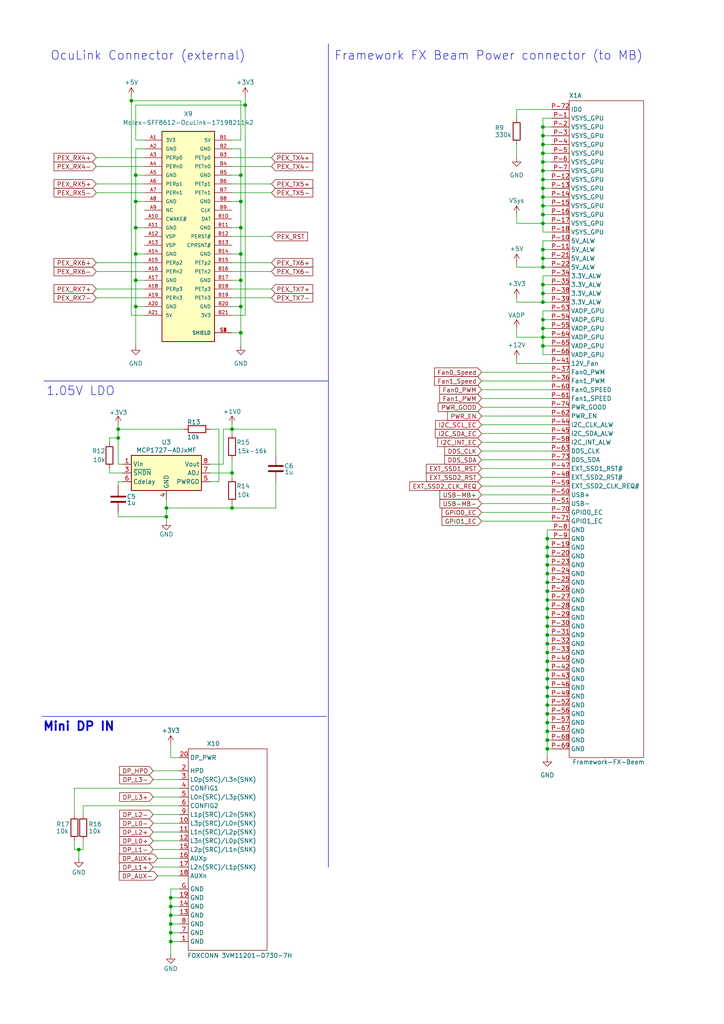
<source format=kicad_sch>
(kicad_sch (version 20250114) (generator "eeschema") (generator_version "9.0")
  (paper "A4" portrait)
  (lib_symbols
    (symbol "Device:C" (pin_numbers (hide yes)) (pin_names (offset 0.254))
      (property "Reference" "C" (at 0.635 2.54 0))
      (property "Value" "C" (at 0.635 -2.54 0))
      (symbol "C_1_1"
        (pin passive line (at 0 3.81 270) (length 2.794) (name "~") (number "1"))
        (pin passive line (at 0 -3.81 90) (length 2.794) (name "~") (number "2"))
      )
    )
    (symbol "Device:R" (pin_numbers (hide yes)) (pin_names (offset 0))
      (property "Reference" "R" (at 2.032 0 90))
      (property "Value" "R" (at 0 0 90))
      (symbol "R_1_1"
        (pin passive line (at 0 3.81 270) (length 1.27) (name "~") (number "1"))
        (pin passive line (at 0 -3.81 90) (length 1.27) (name "~") (number "2"))
      )
    )
    (symbol "Framework-ExpansionBay-IOModule:Mini_Displayport"
      (property "Reference" "X" (at -10.668 30.734 0))
      (symbol "Mini_Displayport_1_1"
        (pin power_in line (at -13.97 26.67 0) (length 2.54) (name "DP_PWR") (number "20"))
        (pin bidirectional line (at -13.97 22.86 0) (length 2.54) (name "HPD") (number "2"))
        (pin bidirectional line (at -13.97 20.32 0) (length 2.54) (name "L0p(SRC)/L3n(SNK)") (number "3"))
        (pin bidirectional line (at -13.97 17.78 0) (length 2.54) (name "CONFIG1") (number "4"))
        (pin bidirectional line (at -13.97 15.24 0) (length 2.54) (name "L0n(SRC)/L3p(SNK)") (number "5"))
        (pin bidirectional line (at -13.97 12.7 0) (length 2.54) (name "CONFIG2") (number "6"))
        (pin bidirectional line (at -13.97 10.16 0) (length 2.54) (name "L1p(SRC)/L2n(SNK)") (number "9"))
        (pin bidirectional line (at -13.97 7.62 0) (length 2.54) (name "L3p(SRC)/L0n(SNK)") (number "10"))
        (pin bidirectional line (at -13.97 5.08 0) (length 2.54) (name "L1n(SRC)/L2p(SNK)") (number "11"))
        (pin bidirectional line (at -13.97 2.54 0) (length 2.54) (name "L3n(SRC)/L0p(SNK)") (number "12"))
        (pin bidirectional line (at -13.97 0 0) (length 2.54) (name "L2p(SRC)/L1n(SNK)") (number "15"))
        (pin bidirectional line (at -13.97 -2.54 0) (length 2.54) (name "AUXp") (number "16"))
        (pin bidirectional line (at -13.97 -5.08 0) (length 2.54) (name "L2n(SRC)/L1p(SNK)") (number "17"))
        (pin bidirectional line (at -13.97 -7.62 0) (length 2.54) (name "AUXn") (number "18"))
        (pin power_out line (at -13.97 -11.43 0) (length 2.54) (name "GND") (number "G"))
        (pin power_out line (at -13.97 -13.97 0) (length 2.54) (name "GND") (number "19"))
        (pin power_out line (at -13.97 -16.51 0) (length 2.54) (name "GND") (number "14"))
        (pin power_out line (at -13.97 -19.05 0) (length 2.54) (name "GND") (number "13"))
        (pin power_out line (at -13.97 -21.59 0) (length 2.54) (name "GND") (number "8"))
        (pin power_out line (at -13.97 -24.13 0) (length 2.54) (name "GND") (number "7"))
        (pin power_out line (at -13.97 -26.67 0) (length 2.54) (name "GND") (number "1"))
      )
    )
    (symbol "Framework-ExpansionBay-IOModule:Molex-SFF8612-OcuLink-1719821142" (pin_names (offset 1.016))
      (property "Reference" "X" (at -7.62 31.75 0))
      (property "Value" "Molex-SFF8612-OcuLink-1719821142" (at -7.62 -31.75 0))
      (symbol "Molex-SFF8612-OcuLink-1719821142_0_0"
        (pin passive line (at 12.7 -27.94 180) (length 5.08) (name "SHIELD") (number "S1"))
        (pin passive line (at 12.7 -27.94 180) (length 5.08) (name "SHIELD") (number "S2"))
        (pin passive line (at 12.7 -27.94 180) (length 5.08) (name "SHIELD") (number "S3"))
        (pin passive line (at 12.7 -27.94 180) (length 5.08) (name "SHIELD") (number "S4"))
      )
      (symbol "Molex-SFF8612-OcuLink-1719821142_1_0"
        (pin passive line (at -12.7 27.94 0) (length 5.08) (name "3V3") (number "A1"))
        (pin passive line (at -12.7 25.4 0) (length 5.08) (name "GND") (number "A2"))
        (pin passive line (at -12.7 22.86 0) (length 5.08) (name "PERp0") (number "A3"))
        (pin passive line (at -12.7 20.32 0) (length 5.08) (name "PERn0") (number "A4"))
        (pin passive line (at -12.7 17.78 0) (length 5.08) (name "GND") (number "A5"))
        (pin passive line (at -12.7 15.24 0) (length 5.08) (name "PERp1") (number "A6"))
        (pin passive line (at -12.7 12.7 0) (length 5.08) (name "PERn1") (number "A7"))
        (pin passive line (at -12.7 10.16 0) (length 5.08) (name "GND") (number "A8"))
        (pin passive line (at -12.7 7.62 0) (length 5.08) (name "NC") (number "A9"))
        (pin passive line (at -12.7 5.08 0) (length 5.08) (name "CWAKE#") (number "A10"))
        (pin passive line (at -12.7 2.54 0) (length 5.08) (name "GND") (number "A11"))
        (pin passive line (at -12.7 0 0) (length 5.08) (name "VSP") (number "A12"))
        (pin passive line (at -12.7 -2.54 0) (length 5.08) (name "VSP") (number "A13"))
        (pin passive line (at -12.7 -5.08 0) (length 5.08) (name "GND") (number "A14"))
        (pin passive line (at -12.7 -7.62 0) (length 5.08) (name "PERp2") (number "A15"))
        (pin passive line (at -12.7 -10.16 0) (length 5.08) (name "PERn2") (number "A16"))
        (pin passive line (at -12.7 -12.7 0) (length 5.08) (name "GND") (number "A17"))
        (pin passive line (at -12.7 -15.24 0) (length 5.08) (name "PERp3") (number "A18"))
        (pin passive line (at -12.7 -17.78 0) (length 5.08) (name "PERn3") (number "A19"))
        (pin passive line (at -12.7 -20.32 0) (length 5.08) (name "GND") (number "A20"))
        (pin passive line (at -12.7 -22.86 0) (length 5.08) (name "5V") (number "A21"))
        (pin passive line (at 12.7 27.94 180) (length 5.08) (name "5V") (number "B1"))
        (pin passive line (at 12.7 25.4 180) (length 5.08) (name "GND") (number "B2"))
        (pin passive line (at 12.7 22.86 180) (length 5.08) (name "PETp0") (number "B3"))
        (pin passive line (at 12.7 20.32 180) (length 5.08) (name "PETn0") (number "B4"))
        (pin passive line (at 12.7 17.78 180) (length 5.08) (name "GND") (number "B5"))
        (pin passive line (at 12.7 15.24 180) (length 5.08) (name "PETp1") (number "B6"))
        (pin passive line (at 12.7 12.7 180) (length 5.08) (name "PETn1") (number "B7"))
        (pin passive line (at 12.7 10.16 180) (length 5.08) (name "GND") (number "B8"))
        (pin passive line (at 12.7 7.62 180) (length 5.08) (name "CLK") (number "B9"))
        (pin passive line (at 12.7 5.08 180) (length 5.08) (name "DAT") (number "B10"))
        (pin passive line (at 12.7 2.54 180) (length 5.08) (name "GND") (number "B11"))
        (pin passive line (at 12.7 0 180) (length 5.08) (name "PERST#") (number "B12"))
        (pin passive line (at 12.7 -2.54 180) (length 5.08) (name "CPRSNT#") (number "B13"))
        (pin passive line (at 12.7 -5.08 180) (length 5.08) (name "GND") (number "B14"))
        (pin passive line (at 12.7 -7.62 180) (length 5.08) (name "PETp2") (number "B15"))
        (pin passive line (at 12.7 -10.16 180) (length 5.08) (name "PETn2") (number "B16"))
        (pin passive line (at 12.7 -12.7 180) (length 5.08) (name "GND") (number "B17"))
        (pin passive line (at 12.7 -15.24 180) (length 5.08) (name "PETp3") (number "B18"))
        (pin passive line (at 12.7 -17.78 180) (length 5.08) (name "PETn3") (number "B19"))
        (pin passive line (at 12.7 -20.32 180) (length 5.08) (name "GND") (number "B20"))
        (pin passive line (at 12.7 -22.86 180) (length 5.08) (name "3V3") (number "B21"))
      )
    )
    (symbol "Framework-ExpansionBay-IOModule:VADP" (power) (pin_numbers (hide yes)) (pin_names (offset 0) (hide yes))
      (property "Value" "VADP" (at 0 3.556 0))
      (symbol "VADP_1_1"
        (pin power_in line (at 0 0 90) (length 0) (name "~") (number "1"))
      )
    )
    (symbol "Framework-ExpansionBay-IOModule:VSys" (power) (pin_numbers (hide yes)) (pin_names (offset 0) (hide yes))
      (property "Value" "VSys" (at 0 3.556 0))
      (symbol "VSys_1_1"
        (pin power_in line (at 0 0 90) (length 0) (name "~") (number "1"))
      )
    )
    (symbol "Framework-ExpansionBay:Framework-FX-Beam"
      (property "Reference" "X" (at -10.16 96.52 0))
      (property "Value" "Framework-FX-Beam" (at 0 -96.52 0))
      (symbol "Framework-FX-Beam_1_1"
        (pin bidirectional line (at -16.51 92.71 0) (length 5.08) (name "ID0") (number "P-72"))
        (pin power_out line (at -16.51 90.17 0) (length 5.08) (name "VSYS_GPU") (number "P-1"))
        (pin power_out line (at -16.51 87.63 0) (length 5.08) (name "VSYS_GPU") (number "P-2"))
        (pin power_out line (at -16.51 85.09 0) (length 5.08) (name "VSYS_GPU") (number "P-3"))
        (pin power_out line (at -16.51 82.55 0) (length 5.08) (name "VSYS_GPU") (number "P-4"))
        (pin power_out line (at -16.51 80.01 0) (length 5.08) (name "VSYS_GPU") (number "P-5"))
        (pin power_out line (at -16.51 77.47 0) (length 5.08) (name "VSYS_GPU") (number "P-6"))
        (pin power_out line (at -16.51 74.93 0) (length 5.08) (name "VSYS_GPU") (number "P-7"))
        (pin power_out line (at -16.51 72.39 0) (length 5.08) (name "VSYS_GPU") (number "P-12"))
        (pin power_out line (at -16.51 69.85 0) (length 5.08) (name "VSYS_GPU") (number "P-13"))
        (pin power_out line (at -16.51 67.31 0) (length 5.08) (name "VSYS_GPU") (number "P-14"))
        (pin power_out line (at -16.51 64.77 0) (length 5.08) (name "VSYS_GPU") (number "P-15"))
        (pin power_out line (at -16.51 62.23 0) (length 5.08) (name "VSYS_GPU") (number "P-16"))
        (pin power_out line (at -16.51 59.69 0) (length 5.08) (name "VSYS_GPU") (number "P-17"))
        (pin power_out line (at -16.51 57.15 0) (length 5.08) (name "VSYS_GPU") (number "P-18"))
        (pin power_out line (at -16.51 54.61 0) (length 5.08) (name "5V_ALW") (number "P-10"))
        (pin power_out line (at -16.51 52.07 0) (length 5.08) (name "5V_ALW") (number "P-11"))
        (pin power_out line (at -16.51 49.53 0) (length 5.08) (name "5V_ALW") (number "P-21"))
        (pin power_out line (at -16.51 46.99 0) (length 5.08) (name "5V_ALW") (number "P-22"))
        (pin power_out line (at -16.51 44.45 0) (length 5.08) (name "3.3V_ALW") (number "P-34"))
        (pin power_out line (at -16.51 41.91 0) (length 5.08) (name "3.3V_ALW") (number "P-35"))
        (pin power_out line (at -16.51 39.37 0) (length 5.08) (name "3.3V_ALW") (number "P-38"))
        (pin power_out line (at -16.51 36.83 0) (length 5.08) (name "3.3V_ALW") (number "P-39"))
        (pin power_in line (at -16.51 34.29 0) (length 5.08) (name "VADP_GPU") (number "P-53"))
        (pin power_in line (at -16.51 31.75 0) (length 5.08) (name "VADP_GPU") (number "P-54"))
        (pin power_in line (at -16.51 29.21 0) (length 5.08) (name "VADP_GPU") (number "P-55"))
        (pin power_in line (at -16.51 26.67 0) (length 5.08) (name "VADP_GPU") (number "P-64"))
        (pin power_in line (at -16.51 24.13 0) (length 5.08) (name "VADP_GPU") (number "P-65"))
        (pin power_in line (at -16.51 21.59 0) (length 5.08) (name "VADP_GPU") (number "P-66"))
        (pin power_out line (at -16.51 19.05 0) (length 5.08) (name "12V_Fan") (number "P-41"))
        (pin output line (at -16.51 16.51 0) (length 5.08) (name "Fan0_PWM") (number "P-37"))
        (pin output line (at -16.51 13.97 0) (length 5.08) (name "Fan1_PWM") (number "P-36"))
        (pin bidirectional line (at -16.51 11.43 0) (length 5.08) (name "Fan0_SPEED") (number "P-60"))
        (pin bidirectional line (at -16.51 8.89 0) (length 5.08) (name "Fan1_SPEED") (number "P-61"))
        (pin bidirectional line (at -16.51 6.35 0) (length 5.08) (name "PWR_GOOD") (number "P-74"))
        (pin bidirectional line (at -16.51 3.81 0) (length 5.08) (name "PWR_EN") (number "P-62"))
        (pin bidirectional line (at -16.51 1.27 0) (length 5.08) (name "I2C_CLK_ALW") (number "P-44"))
        (pin bidirectional line (at -16.51 -1.27 0) (length 5.08) (name "I2C_SDA_ALW") (number "P-45"))
        (pin bidirectional line (at -16.51 -3.81 0) (length 5.08) (name "I2C_INT_ALW") (number "P-58"))
        (pin bidirectional line (at -16.51 -6.35 0) (length 5.08) (name "DDS_CLK") (number "P-63"))
        (pin bidirectional line (at -16.51 -8.89 0) (length 5.08) (name "DDS_SDA") (number "P-73"))
        (pin output line (at -16.51 -11.43 0) (length 5.08) (name "EXT_SSD1_RST#") (number "P-47"))
        (pin output line (at -16.51 -13.97 0) (length 5.08) (name "EXT_SSD2_RST#") (number "P-48"))
        (pin bidirectional line (at -16.51 -16.51 0) (length 5.08) (name "EXT_SSD2_CLK_REQ#") (number "P-59"))
        (pin bidirectional line (at -16.51 -19.05 0) (length 5.08) (name "USB+") (number "P-50"))
        (pin bidirectional line (at -16.51 -21.59 0) (length 5.08) (name "USB-") (number "P-51"))
        (pin bidirectional line (at -16.51 -24.13 0) (length 5.08) (name "GPIO0_EC") (number "P-70"))
        (pin bidirectional line (at -16.51 -26.67 0) (length 5.08) (name "GPIO1_EC") (number "P-71"))
        (pin power_out line (at -16.51 -29.21 0) (length 5.08) (name "GND") (number "P-8"))
        (pin power_out line (at -16.51 -31.75 0) (length 5.08) (name "GND") (number "P-9"))
        (pin power_out line (at -16.51 -34.29 0) (length 5.08) (name "GND") (number "P-19"))
        (pin power_out line (at -16.51 -36.83 0) (length 5.08) (name "GND") (number "P-20"))
        (pin power_out line (at -16.51 -39.37 0) (length 5.08) (name "GND") (number "P-23"))
        (pin power_out line (at -16.51 -41.91 0) (length 5.08) (name "GND") (number "P-24"))
        (pin power_out line (at -16.51 -44.45 0) (length 5.08) (name "GND") (number "P-25"))
        (pin power_out line (at -16.51 -46.99 0) (length 5.08) (name "GND") (number "P-26"))
        (pin power_out line (at -16.51 -49.53 0) (length 5.08) (name "GND") (number "P-27"))
        (pin power_out line (at -16.51 -52.07 0) (length 5.08) (name "GND") (number "P-28"))
        (pin power_out line (at -16.51 -54.61 0) (length 5.08) (name "GND") (number "P-29"))
        (pin power_out line (at -16.51 -57.15 0) (length 5.08) (name "GND") (number "P-30"))
        (pin power_out line (at -16.51 -59.69 0) (length 5.08) (name "GND") (number "P-31"))
        (pin power_out line (at -16.51 -62.23 0) (length 5.08) (name "GND") (number "P-32"))
        (pin power_out line (at -16.51 -64.77 0) (length 5.08) (name "GND") (number "P-33"))
        (pin power_out line (at -16.51 -67.31 0) (length 5.08) (name "GND") (number "P-40"))
        (pin power_out line (at -16.51 -69.85 0) (length 5.08) (name "GND") (number "P-42"))
        (pin power_out line (at -16.51 -72.39 0) (length 5.08) (name "GND") (number "P-43"))
        (pin power_out line (at -16.51 -74.93 0) (length 5.08) (name "GND") (number "P-46"))
        (pin power_out line (at -16.51 -77.47 0) (length 5.08) (name "GND") (number "P-49"))
        (pin power_out line (at -16.51 -80.01 0) (length 5.08) (name "GND") (number "P-52"))
        (pin power_out line (at -16.51 -82.55 0) (length 5.08) (name "GND") (number "P-56"))
        (pin power_out line (at -16.51 -85.09 0) (length 5.08) (name "GND") (number "P-57"))
        (pin power_out line (at -16.51 -87.63 0) (length 5.08) (name "GND") (number "P-67"))
        (pin power_out line (at -16.51 -90.17 0) (length 5.08) (name "GND") (number "P-68"))
        (pin power_out line (at -16.51 -92.71 0) (length 5.08) (name "GND") (number "P-69"))
      )
      (symbol "Framework-FX-Beam_2_1"
        (pin bidirectional line (at -16.51 92.71 0) (length 5.08) (name "ID1") (number "D-63"))
        (pin bidirectional line (at -16.51 90.17 0) (length 5.08) (name "PEX_REFCLK") (number "D-55"))
        (pin bidirectional line (at -16.51 87.63 0) (length 5.08) (name "PEX_REFCLK#") (number "D-56"))
        (pin bidirectional line (at -16.51 85.09 0) (length 5.08) (name "PEX_RST#") (number "D-34"))
        (pin bidirectional line (at -16.51 82.55 0) (length 5.08) (name "PEX_CLK_REQ#") (number "D-38"))
        (pin bidirectional line (at -16.51 80.01 0) (length 5.08) (name "PEX_RX0N") (number "D-4"))
        (pin bidirectional line (at -16.51 77.47 0) (length 5.08) (name "PEX_RX0P") (number "D-5"))
        (pin bidirectional line (at -16.51 74.93 0) (length 5.08) (name "PEX_TX0N") (number "D-7"))
        (pin bidirectional line (at -16.51 72.39 0) (length 5.08) (name "PEX_TX0P") (number "D-8"))
        (pin bidirectional line (at -16.51 69.85 0) (length 5.08) (name "PEX_RX1N") (number "D-1"))
        (pin bidirectional line (at -16.51 67.31 0) (length 5.08) (name "PEX_RX1P") (number "D-2"))
        (pin bidirectional line (at -16.51 64.77 0) (length 5.08) (name "PEX_TX1N") (number "D-10"))
        (pin bidirectional line (at -16.51 62.23 0) (length 5.08) (name "PEX_TX1P") (number "D-11"))
        (pin bidirectional line (at -16.51 59.69 0) (length 5.08) (name "PEX_RX2N") (number "D-26"))
        (pin bidirectional line (at -16.51 57.15 0) (length 5.08) (name "PEX_RX2P") (number "D-27"))
        (pin bidirectional line (at -16.51 54.61 0) (length 5.08) (name "PEX_TX2N") (number "D-30"))
        (pin bidirectional line (at -16.51 52.07 0) (length 5.08) (name "PEX_TX2P") (number "D-29"))
        (pin bidirectional line (at -16.51 49.53 0) (length 5.08) (name "PEX_RX3N") (number "D-23"))
        (pin bidirectional line (at -16.51 46.99 0) (length 5.08) (name "PEX_RX3P") (number "D-24"))
        (pin bidirectional line (at -16.51 44.45 0) (length 5.08) (name "PEX_TX3N") (number "D-32"))
        (pin bidirectional line (at -16.51 41.91 0) (length 5.08) (name "PEX_TX3P") (number "D-33"))
        (pin bidirectional line (at -16.51 39.37 0) (length 5.08) (name "PEX_RX4N") (number "D-43"))
        (pin bidirectional line (at -16.51 36.83 0) (length 5.08) (name "PEX_RX4P") (number "D-42"))
        (pin bidirectional line (at -16.51 34.29 0) (length 5.08) (name "PEX_TX4N") (number "D-52"))
        (pin bidirectional line (at -16.51 31.75 0) (length 5.08) (name "PEX_TX4P") (number "D-51"))
        (pin bidirectional line (at -16.51 29.21 0) (length 5.08) (name "PEX_RX5N") (number "D-46"))
        (pin bidirectional line (at -16.51 26.67 0) (length 5.08) (name "PEX_RX5P") (number "D-45"))
        (pin bidirectional line (at -16.51 24.13 0) (length 5.08) (name "PEX_TX5N") (number "D-48"))
        (pin bidirectional line (at -16.51 21.59 0) (length 5.08) (name "PEX_TX5P") (number "D-49"))
        (pin bidirectional line (at -16.51 19.05 0) (length 5.08) (name "PEX_RX6N") (number "D-65"))
        (pin bidirectional line (at -16.51 16.51 0) (length 5.08) (name "PEX_RX6P") (number "D-64"))
        (pin bidirectional line (at -16.51 13.97 0) (length 5.08) (name "PEX_TX6N") (number "D-74"))
        (pin bidirectional line (at -16.51 11.43 0) (length 5.08) (name "PEX_TX6P") (number "D-73"))
        (pin bidirectional line (at -16.51 8.89 0) (length 5.08) (name "PEX_RX7N") (number "D-67"))
        (pin bidirectional line (at -16.51 6.35 0) (length 5.08) (name "PEX_RX7P") (number "D-68"))
        (pin bidirectional line (at -16.51 3.81 0) (length 5.08) (name "PEX_TX7N") (number "D-70"))
        (pin bidirectional line (at -16.51 1.27 0) (length 5.08) (name "PEX_TX7P") (number "D-71"))
        (pin bidirectional line (at -16.51 -1.27 0) (length 5.08) (name "DP_A_HPD") (number "D-12"))
        (pin bidirectional line (at -16.51 -3.81 0) (length 5.08) (name "DP_A_L0#") (number "D-17"))
        (pin bidirectional line (at -16.51 -6.35 0) (length 5.08) (name "DP_A_L0") (number "D-18"))
        (pin bidirectional line (at -16.51 -8.89 0) (length 5.08) (name "DP_A_L1#") (number "D-14"))
        (pin bidirectional line (at -16.51 -11.43 0) (length 5.08) (name "DP_A_L1") (number "D-15"))
        (pin bidirectional line (at -16.51 -13.97 0) (length 5.08) (name "DP_A_L2#") (number "D-61"))
        (pin bidirectional line (at -16.51 -16.51 0) (length 5.08) (name "DP_A_L2") (number "D-62"))
        (pin bidirectional line (at -16.51 -19.05 0) (length 5.08) (name "DP_A_L3#") (number "D-58"))
        (pin bidirectional line (at -16.51 -21.59 0) (length 5.08) (name "DP_A_L3") (number "D-59"))
        (pin bidirectional line (at -16.51 -24.13 0) (length 5.08) (name "DP_A_AUX#") (number "D-20"))
        (pin bidirectional line (at -16.51 -26.67 0) (length 5.08) (name "DP_A_AUX") (number "D-21"))
        (pin bidirectional line (at -16.51 -29.21 0) (length 5.08) (name "GPIO2_EC") (number "D-53"))
        (pin bidirectional line (at -16.51 -31.75 0) (length 5.08) (name "GPIO3_EC") (number "D-22"))
        (pin bidirectional line (at -16.51 -34.29 0) (length 5.08) (name "DGPU_PWM_SEL") (number "D-39"))
        (pin bidirectional line (at -16.51 -36.83 0) (length 5.08) (name "TH_ALERT#") (number "D-35"))
        (pin bidirectional line (at -16.51 -39.37 0) (length 5.08) (name "TH_OVERT#") (number "D-37"))
        (pin bidirectional line (at -16.51 -41.91 0) (length 5.08) (name "PNL_PWR_EN") (number "D-36"))
        (pin bidirectional line (at -16.51 -44.45 0) (length 5.08) (name "PNL_BL_EN") (number "D-41"))
        (pin bidirectional line (at -16.51 -46.99 0) (length 5.08) (name "PNL_BL_PWM") (number "D-40"))
        (pin power_out line (at -16.51 -49.53 0) (length 5.08) (name "GND") (number "D-3"))
        (pin power_out line (at -16.51 -52.07 0) (length 5.08) (name "GND") (number "D-6"))
        (pin power_out line (at -16.51 -54.61 0) (length 5.08) (name "GND") (number "D-9"))
        (pin power_out line (at -16.51 -57.15 0) (length 5.08) (name "GND") (number "D-13"))
        (pin power_out line (at -16.51 -59.69 0) (length 5.08) (name "GND") (number "D-16"))
        (pin power_out line (at -16.51 -62.23 0) (length 5.08) (name "GND") (number "D-19"))
        (pin power_out line (at -16.51 -64.77 0) (length 5.08) (name "GND") (number "D-25"))
        (pin power_out line (at -16.51 -67.31 0) (length 5.08) (name "GND") (number "D-28"))
        (pin power_out line (at -16.51 -69.85 0) (length 5.08) (name "GND") (number "D-31"))
        (pin power_out line (at -16.51 -72.39 0) (length 5.08) (name "GND") (number "D-44"))
        (pin power_out line (at -16.51 -74.93 0) (length 5.08) (name "GND") (number "D-47"))
        (pin power_out line (at -16.51 -77.47 0) (length 5.08) (name "GND") (number "D-50"))
        (pin power_out line (at -16.51 -80.01 0) (length 5.08) (name "GND") (number "D-54"))
        (pin power_out line (at -16.51 -82.55 0) (length 5.08) (name "GND") (number "D-57"))
        (pin power_out line (at -16.51 -85.09 0) (length 5.08) (name "GND") (number "D-60"))
        (pin power_out line (at -16.51 -87.63 0) (length 5.08) (name "GND") (number "D-66"))
        (pin power_out line (at -16.51 -90.17 0) (length 5.08) (name "GND") (number "D-69"))
        (pin power_out line (at -16.51 -92.71 0) (length 5.08) (name "GND") (number "D-72"))
      )
    )
    (symbol "Regulator_Linear:MCP1727-ADJxMF"
      (property "Reference" "U" (at -8.89 6.35 0))
      (property "Value" "MCP1727-ADJxMF" (at 3.81 6.35 0))
      (symbol "MCP1727-ADJxMF_0_0"
        (pin input line (at -12.7 -2.54 0) (length 2.54) (name "Cdelay") (number "6"))
        (pin power_in line (at 0 -7.62 90) (length 2.54) (name "GND") (number "4"))
        (pin passive line (at 0 -7.62 90) (length 2.54) (hide yes) (name "GND") (number "9"))
        (pin power_out line (at 12.7 2.54 180) (length 2.54) (name "Vout") (number "8"))
        (pin input line (at 12.7 0 180) (length 2.54) (name "ADJ") (number "7"))
        (pin open_collector line (at 12.7 -2.54 180) (length 2.54) (name "PWRGD") (number "5"))
      )
      (symbol "MCP1727-ADJxMF_1_1"
        (pin power_in line (at -12.7 2.54 0) (length 2.54) (name "Vin") (number "1"))
        (pin passive line (at -12.7 2.54 0) (length 2.54) (hide yes) (name "Vin") (number "2"))
        (pin input line (at -12.7 0 0) (length 2.54) (name "~{SHDN}") (number "3"))
      )
    )
    (symbol "power:+12V" (power) (pin_numbers (hide yes)) (pin_names (offset 0) (hide yes))
      (property "Value" "+12V" (at 0 3.556 0))
      (symbol "+12V_1_1"
        (pin power_in line (at 0 0 90) (length 0) (name "~") (number "1"))
      )
    )
    (symbol "power:+1V0" (power) (pin_numbers (hide yes)) (pin_names (offset 0) (hide yes))
      (property "Value" "+1V0" (at 0 3.556 0))
      (symbol "+1V0_1_1"
        (pin power_in line (at 0 0 90) (length 0) (name "~") (number "1"))
      )
    )
    (symbol "power:+3V3" (power) (pin_numbers (hide yes)) (pin_names (offset 0) (hide yes))
      (property "Value" "+3V3" (at 0 3.556 0))
      (symbol "+3V3_1_1"
        (pin power_in line (at 0 0 90) (length 0) (name "~") (number "1"))
      )
    )
    (symbol "power:+5V" (power) (pin_numbers (hide yes)) (pin_names (offset 0) (hide yes))
      (property "Value" "+5V" (at 0 3.556 0))
      (symbol "+5V_1_1"
        (pin power_in line (at 0 0 90) (length 0) (name "~") (number "1"))
      )
    )
    (symbol "power:GND" (power) (pin_numbers (hide yes)) (pin_names (offset 0) (hide yes))
      (property "Value" "GND" (at 0 -3.81 0))
      (symbol "GND_1_1"
        (pin power_in line (at 0 0 270) (length 0) (name "~") (number "1"))
      )
    )
  )
  (text "Mini DP IN" (at 22.86 210.82 0) (effects (font (size 2.54 2.54) (thickness 0.508) (bold yes))))
  (text "OcuLink Connector (external)" (at 42.926 16.256 0) (effects (font (size 2.54 2.54))))
  (text "Framework FX Beam Power connector (to MB)" (at 141.732 16.256 0) (effects (font (size 2.54 2.54))))
  (text "1.05V LDO" (at 23.368 113.538 0) (effects (font (size 2.54 2.54))))
  (junction (at 34.29 127))
  (junction (at 158.75 168.91))
  (junction (at 158.75 163.83))
  (junction (at 157.48 54.61))
  (junction (at 158.75 171.45))
  (junction (at 157.48 85.09))
  (junction (at 158.75 176.53))
  (junction (at 39.37 58.42))
  (junction (at 158.75 179.07))
  (junction (at 49.53 262.89))
  (junction (at 48.26 149.86))
  (junction (at 69.85 58.42))
  (junction (at 39.37 66.04))
  (junction (at 71.12 30.48))
  (junction (at 158.75 207.01))
  (junction (at 67.31 147.32))
  (junction (at 158.75 166.37))
  (junction (at 158.75 161.29))
  (junction (at 158.75 156.21))
  (junction (at 69.85 88.9))
  (junction (at 39.37 88.9))
  (junction (at 157.48 72.39))
  (junction (at 49.53 273.05))
  (junction (at 158.75 212.09))
  (junction (at 158.75 209.55))
  (junction (at 38.1 29.21))
  (junction (at 158.75 181.61))
  (junction (at 158.75 191.77))
  (junction (at 158.75 173.99))
  (junction (at 157.48 62.23))
  (junction (at 157.48 39.37))
  (junction (at 157.48 57.15))
  (junction (at 157.48 49.53))
  (junction (at 157.48 52.07))
  (junction (at 157.48 36.83))
  (junction (at 49.53 265.43))
  (junction (at 49.53 260.35))
  (junction (at 158.75 196.85))
  (junction (at 157.48 46.99))
  (junction (at 69.85 66.04))
  (junction (at 69.85 96.52))
  (junction (at 22.86 246.38))
  (junction (at 157.48 77.47))
  (junction (at 157.48 82.55))
  (junction (at 69.85 81.28))
  (junction (at 48.26 147.32))
  (junction (at 69.85 73.66))
  (junction (at 158.75 204.47))
  (junction (at 39.37 50.8))
  (junction (at 158.75 184.15))
  (junction (at 67.31 124.46))
  (junction (at 157.48 87.63))
  (junction (at 157.48 44.45))
  (junction (at 157.48 41.91))
  (junction (at 157.48 64.77))
  (junction (at 49.53 267.97))
  (junction (at 39.37 73.66))
  (junction (at 157.48 74.93))
  (junction (at 158.75 194.31))
  (junction (at 67.31 137.16))
  (junction (at 39.37 81.28))
  (junction (at 158.75 199.39))
  (junction (at 69.85 50.8))
  (junction (at 49.53 270.51))
  (junction (at 34.29 124.46))
  (junction (at 157.48 100.33))
  (junction (at 158.75 214.63))
  (junction (at 158.75 201.93))
  (junction (at 158.75 158.75))
  (junction (at 157.48 95.25))
  (junction (at 157.48 92.71))
  (junction (at 157.48 59.69))
  (junction (at 158.75 189.23))
  (junction (at 158.75 186.69))
  (junction (at 157.48 97.79))
  (junction (at 158.75 217.17))
  (wire (pts (xy 160.02 158.75) (xy 158.75 158.75)))
  (polyline (pts (xy 95.25 229.87) (xy 95.25 175.26)))
  (wire (pts (xy 157.48 69.85) (xy 160.02 69.85)))
  (wire (pts (xy 158.75 214.63) (xy 158.75 212.09)))
  (wire (pts (xy 44.45 231.14) (xy 52.07 231.14)))
  (wire (pts (xy 160.02 179.07) (xy 158.75 179.07)))
  (wire (pts (xy 80.01 147.32) (xy 67.31 147.32)))
  (wire (pts (xy 160.02 196.85) (xy 158.75 196.85)))
  (wire (pts (xy 67.31 40.64) (xy 69.85 40.64)))
  (wire (pts (xy 160.02 87.63) (xy 157.48 87.63)))
  (wire (pts (xy 160.02 214.63) (xy 158.75 214.63)))
  (wire (pts (xy 22.86 246.38) (xy 22.86 248.92)))
  (wire (pts (xy 157.48 82.55) (xy 157.48 80.01)))
  (wire (pts (xy 31.75 127) (xy 34.29 127)))
  (wire (pts (xy 139.7 120.65) (xy 160.02 120.65)))
  (wire (pts (xy 67.31 83.82) (xy 78.74 83.82)))
  (wire (pts (xy 157.48 95.25) (xy 160.02 95.25)))
  (wire (pts (xy 39.37 58.42) (xy 39.37 50.8)))
  (wire (pts (xy 157.48 57.15) (xy 157.48 54.61)))
  (wire (pts (xy 80.01 132.08) (xy 80.01 124.46)))
  (wire (pts (xy 160.02 171.45) (xy 158.75 171.45)))
  (wire (pts (xy 27.94 45.72) (xy 41.91 45.72)))
  (wire (pts (xy 71.12 27.94) (xy 71.12 30.48)))
  (wire (pts (xy 39.37 88.9) (xy 41.91 88.9)))
  (wire (pts (xy 160.02 168.91) (xy 158.75 168.91)))
  (wire (pts (xy 157.48 62.23) (xy 160.02 62.23)))
  (wire (pts (xy 49.53 262.89) (xy 52.07 262.89)))
  (wire (pts (xy 41.91 40.64) (xy 39.37 40.64)))
  (wire (pts (xy 67.31 76.2) (xy 78.74 76.2)))
  (wire (pts (xy 160.02 201.93) (xy 158.75 201.93)))
  (wire (pts (xy 157.48 49.53) (xy 157.48 46.99)))
  (wire (pts (xy 157.48 54.61) (xy 157.48 52.07)))
  (wire (pts (xy 158.75 207.01) (xy 158.75 204.47)))
  (wire (pts (xy 158.75 212.09) (xy 158.75 209.55)))
  (wire (pts (xy 160.02 207.01) (xy 158.75 207.01)))
  (wire (pts (xy 48.26 144.78) (xy 48.26 147.32)))
  (wire (pts (xy 139.7 143.51) (xy 160.02 143.51)))
  (wire (pts (xy 31.75 137.16) (xy 35.56 137.16)))
  (wire (pts (xy 160.02 184.15) (xy 158.75 184.15)))
  (wire (pts (xy 44.45 246.38) (xy 52.07 246.38)))
  (wire (pts (xy 67.31 50.8) (xy 69.85 50.8)))
  (wire (pts (xy 157.48 64.77) (xy 160.02 64.77)))
  (wire (pts (xy 39.37 81.28) (xy 41.91 81.28)))
  (wire (pts (xy 157.48 41.91) (xy 157.48 39.37)))
  (wire (pts (xy 157.48 44.45) (xy 157.48 41.91)))
  (wire (pts (xy 69.85 50.8) (xy 69.85 58.42)))
  (wire (pts (xy 149.86 76.2) (xy 149.86 77.47)))
  (wire (pts (xy 49.53 215.9) (xy 49.53 219.71)))
  (wire (pts (xy 157.48 41.91) (xy 160.02 41.91)))
  (wire (pts (xy 157.48 87.63) (xy 157.48 85.09)))
  (wire (pts (xy 67.31 96.52) (xy 69.85 96.52)))
  (wire (pts (xy 160.02 163.83) (xy 158.75 163.83)))
  (wire (pts (xy 160.02 186.69) (xy 158.75 186.69)))
  (wire (pts (xy 157.48 59.69) (xy 157.48 57.15)))
  (wire (pts (xy 64.77 134.62) (xy 64.77 124.46)))
  (wire (pts (xy 160.02 209.55) (xy 158.75 209.55)))
  (wire (pts (xy 157.48 80.01) (xy 160.02 80.01)))
  (wire (pts (xy 157.48 67.31) (xy 157.48 64.77)))
  (wire (pts (xy 160.02 217.17) (xy 158.75 217.17)))
  (wire (pts (xy 27.94 55.88) (xy 41.91 55.88)))
  (wire (pts (xy 44.45 236.22) (xy 52.07 236.22)))
  (wire (pts (xy 21.59 228.6) (xy 52.07 228.6)))
  (wire (pts (xy 49.53 219.71) (xy 52.07 219.71)))
  (polyline (pts (xy 95.25 12.7) (xy 95.25 116.84)))
  (wire (pts (xy 158.75 176.53) (xy 158.75 173.99)))
  (wire (pts (xy 44.45 241.3) (xy 52.07 241.3)))
  (wire (pts (xy 149.86 64.77) (xy 157.48 64.77)))
  (wire (pts (xy 157.48 39.37) (xy 160.02 39.37)))
  (wire (pts (xy 44.45 226.06) (xy 52.07 226.06)))
  (wire (pts (xy 39.37 100.33) (xy 39.37 88.9)))
  (wire (pts (xy 157.48 57.15) (xy 160.02 57.15)))
  (wire (pts (xy 160.02 102.87) (xy 157.48 102.87)))
  (wire (pts (xy 149.86 62.23) (xy 149.86 64.77)))
  (wire (pts (xy 39.37 66.04) (xy 41.91 66.04)))
  (wire (pts (xy 149.86 34.29) (xy 149.86 31.75)))
  (wire (pts (xy 80.01 124.46) (xy 67.31 124.46)))
  (wire (pts (xy 49.53 260.35) (xy 52.07 260.35)))
  (wire (pts (xy 157.48 49.53) (xy 160.02 49.53)))
  (wire (pts (xy 34.29 148.59) (xy 34.29 149.86)))
  (wire (pts (xy 39.37 88.9) (xy 39.37 81.28)))
  (wire (pts (xy 27.94 76.2) (xy 41.91 76.2)))
  (wire (pts (xy 157.48 52.07) (xy 157.48 49.53)))
  (wire (pts (xy 38.1 91.44) (xy 41.91 91.44)))
  (wire (pts (xy 157.48 36.83) (xy 157.48 34.29)))
  (wire (pts (xy 157.48 34.29) (xy 160.02 34.29)))
  (wire (pts (xy 31.75 128.27) (xy 31.75 127)))
  (wire (pts (xy 67.31 88.9) (xy 69.85 88.9)))
  (wire (pts (xy 67.31 137.16) (xy 67.31 138.43)))
  (wire (pts (xy 157.48 85.09) (xy 160.02 85.09)))
  (wire (pts (xy 158.75 161.29) (xy 158.75 158.75)))
  (wire (pts (xy 67.31 146.05) (xy 67.31 147.32)))
  (wire (pts (xy 63.5 124.46) (xy 63.5 139.7)))
  (wire (pts (xy 157.48 97.79) (xy 157.48 95.25)))
  (wire (pts (xy 49.53 267.97) (xy 49.53 270.51)))
  (wire (pts (xy 67.31 124.46) (xy 67.31 125.73)))
  (wire (pts (xy 67.31 45.72) (xy 78.74 45.72)))
  (wire (pts (xy 60.96 124.46) (xy 63.5 124.46)))
  (wire (pts (xy 44.45 251.46) (xy 52.07 251.46)))
  (wire (pts (xy 139.7 123.19) (xy 160.02 123.19)))
  (wire (pts (xy 34.29 134.62) (xy 35.56 134.62)))
  (wire (pts (xy 39.37 43.18) (xy 41.91 43.18)))
  (wire (pts (xy 67.31 53.34) (xy 78.74 53.34)))
  (wire (pts (xy 39.37 73.66) (xy 39.37 66.04)))
  (wire (pts (xy 67.31 73.66) (xy 69.85 73.66)))
  (wire (pts (xy 139.7 113.03) (xy 160.02 113.03)))
  (wire (pts (xy 45.72 254) (xy 52.07 254)))
  (wire (pts (xy 49.53 257.81) (xy 52.07 257.81)))
  (wire (pts (xy 139.7 133.35) (xy 160.02 133.35)))
  (wire (pts (xy 60.96 137.16) (xy 67.31 137.16)))
  (wire (pts (xy 24.13 233.68) (xy 52.07 233.68)))
  (wire (pts (xy 157.48 100.33) (xy 157.48 97.79)))
  (wire (pts (xy 158.75 184.15) (xy 158.75 181.61)))
  (wire (pts (xy 48.26 149.86) (xy 48.26 151.13)))
  (wire (pts (xy 157.48 72.39) (xy 157.48 69.85)))
  (wire (pts (xy 49.53 260.35) (xy 49.53 257.81)))
  (wire (pts (xy 160.02 181.61) (xy 158.75 181.61)))
  (wire (pts (xy 38.1 29.21) (xy 38.1 91.44)))
  (wire (pts (xy 67.31 48.26) (xy 78.74 48.26)))
  (wire (pts (xy 64.77 134.62) (xy 60.96 134.62)))
  (wire (pts (xy 69.85 88.9) (xy 69.85 96.52)))
  (wire (pts (xy 149.86 104.14) (xy 149.86 105.41)))
  (wire (pts (xy 67.31 147.32) (xy 48.26 147.32)))
  (wire (pts (xy 157.48 82.55) (xy 160.02 82.55)))
  (wire (pts (xy 157.48 59.69) (xy 160.02 59.69)))
  (wire (pts (xy 157.48 64.77) (xy 157.48 62.23)))
  (wire (pts (xy 158.75 163.83) (xy 158.75 161.29)))
  (wire (pts (xy 49.53 273.05) (xy 49.53 270.51)))
  (wire (pts (xy 149.86 31.75) (xy 160.02 31.75)))
  (wire (pts (xy 160.02 199.39) (xy 158.75 199.39)))
  (wire (pts (xy 158.75 191.77) (xy 158.75 189.23)))
  (wire (pts (xy 64.77 124.46) (xy 67.31 124.46)))
  (wire (pts (xy 34.29 124.46) (xy 53.34 124.46)))
  (wire (pts (xy 67.31 68.58) (xy 78.74 68.58)))
  (wire (pts (xy 157.48 74.93) (xy 160.02 74.93)))
  (wire (pts (xy 149.86 41.91) (xy 149.86 45.72)))
  (wire (pts (xy 157.48 100.33) (xy 160.02 100.33)))
  (wire (pts (xy 157.48 54.61) (xy 160.02 54.61)))
  (wire (pts (xy 71.12 91.44) (xy 67.31 91.44)))
  (wire (pts (xy 67.31 78.74) (xy 78.74 78.74)))
  (wire (pts (xy 67.31 66.04) (xy 69.85 66.04)))
  (wire (pts (xy 149.86 77.47) (xy 157.48 77.47)))
  (wire (pts (xy 158.75 173.99) (xy 158.75 171.45)))
  (wire (pts (xy 69.85 73.66) (xy 69.85 81.28)))
  (wire (pts (xy 157.48 85.09) (xy 157.48 82.55)))
  (wire (pts (xy 149.86 97.79) (xy 157.48 97.79)))
  (wire (pts (xy 158.75 194.31) (xy 158.75 191.77)))
  (wire (pts (xy 160.02 161.29) (xy 158.75 161.29)))
  (wire (pts (xy 157.48 95.25) (xy 157.48 92.71)))
  (wire (pts (xy 149.86 87.63) (xy 157.48 87.63)))
  (wire (pts (xy 157.48 102.87) (xy 157.48 100.33)))
  (wire (pts (xy 160.02 156.21) (xy 158.75 156.21)))
  (wire (pts (xy 69.85 66.04) (xy 69.85 73.66)))
  (wire (pts (xy 38.1 27.94) (xy 38.1 29.21)))
  (wire (pts (xy 139.7 107.95) (xy 160.02 107.95)))
  (wire (pts (xy 149.86 86.36) (xy 149.86 87.63)))
  (wire (pts (xy 39.37 81.28) (xy 39.37 73.66)))
  (wire (pts (xy 49.53 265.43) (xy 49.53 267.97)))
  (wire (pts (xy 39.37 73.66) (xy 41.91 73.66)))
  (wire (pts (xy 45.72 248.92) (xy 52.07 248.92)))
  (wire (pts (xy 139.7 130.81) (xy 160.02 130.81)))
  (wire (pts (xy 44.45 223.52) (xy 52.07 223.52)))
  (wire (pts (xy 157.48 90.17) (xy 160.02 90.17)))
  (wire (pts (xy 49.53 273.05) (xy 52.07 273.05)))
  (wire (pts (xy 69.85 58.42) (xy 69.85 66.04)))
  (wire (pts (xy 157.48 77.47) (xy 157.48 74.93)))
  (wire (pts (xy 67.31 58.42) (xy 69.85 58.42)))
  (wire (pts (xy 69.85 81.28) (xy 69.85 88.9)))
  (wire (pts (xy 158.75 186.69) (xy 158.75 184.15)))
  (wire (pts (xy 44.45 243.84) (xy 52.07 243.84)))
  (wire (pts (xy 149.86 105.41) (xy 160.02 105.41)))
  (wire (pts (xy 21.59 236.22) (xy 21.59 228.6)))
  (wire (pts (xy 49.53 265.43) (xy 52.07 265.43)))
  (wire (pts (xy 158.75 158.75) (xy 158.75 156.21)))
  (wire (pts (xy 139.7 110.49) (xy 160.02 110.49)))
  (wire (pts (xy 160.02 173.99) (xy 158.75 173.99)))
  (wire (pts (xy 34.29 149.86) (xy 48.26 149.86)))
  (wire (pts (xy 69.85 43.18) (xy 69.85 50.8)))
  (polyline (pts (xy 12.192 207.772) (xy 94.742 207.772)))
  (wire (pts (xy 24.13 246.38) (xy 22.86 246.38)))
  (wire (pts (xy 139.7 115.57) (xy 160.02 115.57)))
  (wire (pts (xy 158.75 189.23) (xy 158.75 186.69)))
  (polyline (pts (xy 95.25 251.46) (xy 95.25 229.87)))
  (wire (pts (xy 67.31 55.88) (xy 78.74 55.88)))
  (wire (pts (xy 27.94 86.36) (xy 41.91 86.36)))
  (wire (pts (xy 160.02 194.31) (xy 158.75 194.31)))
  (wire (pts (xy 160.02 166.37) (xy 158.75 166.37)))
  (wire (pts (xy 34.29 139.7) (xy 34.29 140.97)))
  (wire (pts (xy 149.86 95.25) (xy 149.86 97.79)))
  (wire (pts (xy 27.94 48.26) (xy 41.91 48.26)))
  (wire (pts (xy 63.5 139.7) (xy 60.96 139.7)))
  (wire (pts (xy 157.48 97.79) (xy 160.02 97.79)))
  (wire (pts (xy 157.48 72.39) (xy 160.02 72.39)))
  (wire (pts (xy 160.02 176.53) (xy 158.75 176.53)))
  (wire (pts (xy 24.13 236.22) (xy 24.13 233.68)))
  (wire (pts (xy 67.31 133.35) (xy 67.31 137.16)))
  (wire (pts (xy 158.75 171.45) (xy 158.75 168.91)))
  (wire (pts (xy 158.75 168.91) (xy 158.75 166.37)))
  (wire (pts (xy 67.31 86.36) (xy 78.74 86.36)))
  (wire (pts (xy 139.7 128.27) (xy 160.02 128.27)))
  (wire (pts (xy 158.75 153.67) (xy 160.02 153.67)))
  (wire (pts (xy 44.45 238.76) (xy 52.07 238.76)))
  (wire (pts (xy 158.75 156.21) (xy 158.75 153.67)))
  (wire (pts (xy 158.75 199.39) (xy 158.75 196.85)))
  (wire (pts (xy 49.53 267.97) (xy 52.07 267.97)))
  (wire (pts (xy 160.02 191.77) (xy 158.75 191.77)))
  (wire (pts (xy 21.59 246.38) (xy 22.86 246.38)))
  (wire (pts (xy 39.37 50.8) (xy 41.91 50.8)))
  (wire (pts (xy 157.48 62.23) (xy 157.48 59.69)))
  (wire (pts (xy 24.13 243.84) (xy 24.13 246.38)))
  (wire (pts (xy 21.59 243.84) (xy 21.59 246.38)))
  (wire (pts (xy 158.75 217.17) (xy 158.75 219.71)))
  (wire (pts (xy 158.75 204.47) (xy 158.75 201.93)))
  (wire (pts (xy 139.7 146.05) (xy 160.02 146.05)))
  (wire (pts (xy 157.48 36.83) (xy 160.02 36.83)))
  (wire (pts (xy 157.48 74.93) (xy 157.48 72.39)))
  (polyline (pts (xy 95.25 175.26) (xy 95.25 116.84)))
  (wire (pts (xy 67.31 43.18) (xy 69.85 43.18)))
  (wire (pts (xy 139.7 135.89) (xy 160.02 135.89)))
  (wire (pts (xy 157.48 52.07) (xy 160.02 52.07)))
  (wire (pts (xy 157.48 46.99) (xy 160.02 46.99)))
  (wire (pts (xy 157.48 92.71) (xy 160.02 92.71)))
  (wire (pts (xy 49.53 265.43) (xy 49.53 262.89)))
  (wire (pts (xy 39.37 50.8) (xy 39.37 43.18)))
  (wire (pts (xy 160.02 204.47) (xy 158.75 204.47)))
  (wire (pts (xy 160.02 189.23) (xy 158.75 189.23)))
  (wire (pts (xy 158.75 196.85) (xy 158.75 194.31)))
  (wire (pts (xy 158.75 181.61) (xy 158.75 179.07)))
  (wire (pts (xy 139.7 140.97) (xy 160.02 140.97)))
  (wire (pts (xy 157.48 39.37) (xy 157.48 36.83)))
  (wire (pts (xy 48.26 147.32) (xy 48.26 149.86)))
  (wire (pts (xy 160.02 67.31) (xy 157.48 67.31)))
  (wire (pts (xy 157.48 46.99) (xy 157.48 44.45)))
  (wire (pts (xy 139.7 118.11) (xy 160.02 118.11)))
  (wire (pts (xy 158.75 166.37) (xy 158.75 163.83)))
  (wire (pts (xy 34.29 124.46) (xy 34.29 127)))
  (wire (pts (xy 158.75 214.63) (xy 158.75 217.17)))
  (wire (pts (xy 67.31 81.28) (xy 69.85 81.28)))
  (wire (pts (xy 67.31 123.19) (xy 67.31 124.46)))
  (wire (pts (xy 139.7 125.73) (xy 160.02 125.73)))
  (wire (pts (xy 69.85 96.52) (xy 69.85 100.33)))
  (wire (pts (xy 34.29 127) (xy 34.29 134.62)))
  (wire (pts (xy 158.75 209.55) (xy 158.75 207.01)))
  (wire (pts (xy 49.53 270.51) (xy 52.07 270.51)))
  (wire (pts (xy 158.75 179.07) (xy 158.75 176.53)))
  (wire (pts (xy 69.85 40.64) (xy 69.85 29.21)))
  (wire (pts (xy 139.7 138.43) (xy 160.02 138.43)))
  (wire (pts (xy 157.48 44.45) (xy 160.02 44.45)))
  (wire (pts (xy 27.94 83.82) (xy 41.91 83.82)))
  (wire (pts (xy 49.53 262.89) (xy 49.53 260.35)))
  (wire (pts (xy 39.37 40.64) (xy 39.37 30.48)))
  (wire (pts (xy 27.94 53.34) (xy 41.91 53.34)))
  (wire (pts (xy 39.37 66.04) (xy 39.37 58.42)))
  (polyline (pts (xy 12.7 110.49) (xy 95.25 110.49)))
  (wire (pts (xy 160.02 212.09) (xy 158.75 212.09)))
  (wire (pts (xy 27.94 78.74) (xy 41.91 78.74)))
  (wire (pts (xy 139.7 151.13) (xy 160.02 151.13)))
  (wire (pts (xy 34.29 123.19) (xy 34.29 124.46)))
  (wire (pts (xy 80.01 139.7) (xy 80.01 147.32)))
  (wire (pts (xy 160.02 77.47) (xy 157.48 77.47)))
  (wire (pts (xy 158.75 201.93) (xy 158.75 199.39)))
  (wire (pts (xy 69.85 29.21) (xy 38.1 29.21)))
  (wire (pts (xy 39.37 58.42) (xy 41.91 58.42)))
  (wire (pts (xy 157.48 92.71) (xy 157.48 90.17)))
  (wire (pts (xy 39.37 30.48) (xy 71.12 30.48)))
  (wire (pts (xy 49.53 276.86) (xy 49.53 273.05)))
  (wire (pts (xy 35.56 139.7) (xy 34.29 139.7)))
  (wire (pts (xy 31.75 135.89) (xy 31.75 137.16)))
  (wire (pts (xy 139.7 148.59) (xy 160.02 148.59)))
  (wire (pts (xy 71.12 30.48) (xy 71.12 91.44)))
  (global_label "DP_L1+" (shape input) (at 44.45 251.46 180) (property "Intersheetrefs" "${INTERSHEET_REFS}" (effects (hide yes))))
  (global_label "DDS_SDA" (shape input) (at 139.7 133.35 180) (property "Intersheetrefs" "${INTERSHEET_REFS}" (effects (hide yes))))
  (global_label "GPIO0_EC" (shape input) (at 139.7 148.59 180) (property "Intersheetrefs" "${INTERSHEET_REFS}" (effects (hide yes))))
  (global_label "DP_L1-" (shape input) (at 44.45 246.38 180) (property "Intersheetrefs" "${INTERSHEET_REFS}" (effects (hide yes))))
  (global_label "PEX_TX4+" (shape input) (at 78.74 45.72 0) (property "Intersheetrefs" "${INTERSHEET_REFS}" (effects (hide yes))))
  (global_label "DDS_CLK" (shape input) (at 139.7 130.81 180) (property "Intersheetrefs" "${INTERSHEET_REFS}" (effects (hide yes))))
  (global_label "DP_L0+" (shape input) (at 44.45 243.84 180) (property "Intersheetrefs" "${INTERSHEET_REFS}" (effects (hide yes))))
  (global_label "PEX_RX7-" (shape input) (at 27.94 86.36 180) (property "Intersheetrefs" "${INTERSHEET_REFS}" (effects (hide yes))))
  (global_label "PEX_TX7+" (shape input) (at 78.74 83.82 0) (property "Intersheetrefs" "${INTERSHEET_REFS}" (effects (hide yes))))
  (global_label "PEX_RX4-" (shape input) (at 27.94 48.26 180) (property "Intersheetrefs" "${INTERSHEET_REFS}" (effects (hide yes))))
  (global_label "PEX_RX5-" (shape input) (at 27.94 55.88 180) (property "Intersheetrefs" "${INTERSHEET_REFS}" (effects (hide yes))))
  (global_label "PWR_GOOD" (shape input) (at 139.7 118.11 180) (property "Intersheetrefs" "${INTERSHEET_REFS}" (effects (hide yes))))
  (global_label "Fan1_PWM" (shape input) (at 139.7 115.57 180) (property "Intersheetrefs" "${INTERSHEET_REFS}" (effects (hide yes))))
  (global_label "USB-MB+" (shape input) (at 139.7 143.51 180) (property "Intersheetrefs" "${INTERSHEET_REFS}" (effects (hide yes))))
  (global_label "PEX_RST" (shape input) (at 78.74 68.58 0) (property "Intersheetrefs" "${INTERSHEET_REFS}" (effects (hide yes))))
  (global_label "I2C_INT_EC" (shape input) (at 139.7 128.27 180) (property "Intersheetrefs" "${INTERSHEET_REFS}" (effects (hide yes))))
  (global_label "PEX_TX7-" (shape input) (at 78.74 86.36 0) (property "Intersheetrefs" "${INTERSHEET_REFS}" (effects (hide yes))))
  (global_label "PEX_RX6-" (shape input) (at 27.94 78.74 180) (property "Intersheetrefs" "${INTERSHEET_REFS}" (effects (hide yes))))
  (global_label "PEX_RX4+" (shape input) (at 27.94 45.72 180) (property "Intersheetrefs" "${INTERSHEET_REFS}" (effects (hide yes))))
  (global_label "PEX_TX6-" (shape input) (at 78.74 78.74 0) (property "Intersheetrefs" "${INTERSHEET_REFS}" (effects (hide yes))))
  (global_label "PEX_RX5+" (shape input) (at 27.94 53.34 180) (property "Intersheetrefs" "${INTERSHEET_REFS}" (effects (hide yes))))
  (global_label "USB-MB-" (shape input) (at 139.7 146.05 180) (property "Intersheetrefs" "${INTERSHEET_REFS}" (effects (hide yes))))
  (global_label "PEX_TX5+" (shape input) (at 78.74 53.34 0) (property "Intersheetrefs" "${INTERSHEET_REFS}" (effects (hide yes))))
  (global_label "DP_HPD" (shape input) (at 44.45 223.52 180) (property "Intersheetrefs" "${INTERSHEET_REFS}" (effects (hide yes))))
  (global_label "EXT_SSD2_RST" (shape input) (at 139.7 138.43 180) (property "Intersheetrefs" "${INTERSHEET_REFS}" (effects (hide yes))))
  (global_label "DP_L0-" (shape input) (at 44.45 238.76 180) (property "Intersheetrefs" "${INTERSHEET_REFS}" (effects (hide yes))))
  (global_label "Fan1_Speed" (shape input) (at 139.7 110.49 180) (property "Intersheetrefs" "${INTERSHEET_REFS}" (effects (hide yes))))
  (global_label "I2C_SDA_EC" (shape input) (at 139.7 125.73 180) (property "Intersheetrefs" "${INTERSHEET_REFS}" (effects (hide yes))))
  (global_label "EXT_SSD2_CLK_REQ" (shape input) (at 139.7 140.97 180) (property "Intersheetrefs" "${INTERSHEET_REFS}" (effects (hide yes))))
  (global_label "PEX_RX6+" (shape input) (at 27.94 76.2 180) (property "Intersheetrefs" "${INTERSHEET_REFS}" (effects (hide yes))))
  (global_label "PEX_TX5-" (shape input) (at 78.74 55.88 0) (property "Intersheetrefs" "${INTERSHEET_REFS}" (effects (hide yes))))
  (global_label "DP_AUX-" (shape input) (at 45.72 254 180) (property "Intersheetrefs" "${INTERSHEET_REFS}" (effects (hide yes))))
  (global_label "DP_L2-" (shape input) (at 44.45 236.22 180) (property "Intersheetrefs" "${INTERSHEET_REFS}" (effects (hide yes))))
  (global_label "Fan0_PWM" (shape input) (at 139.7 113.03 180) (property "Intersheetrefs" "${INTERSHEET_REFS}" (effects (hide yes))))
  (global_label "DP_AUX+" (shape input) (at 45.72 248.92 180) (property "Intersheetrefs" "${INTERSHEET_REFS}" (effects (hide yes))))
  (global_label "EXT_SSD1_RST" (shape input) (at 139.7 135.89 180) (property "Intersheetrefs" "${INTERSHEET_REFS}" (effects (hide yes))))
  (global_label "PEX_TX4-" (shape input) (at 78.74 48.26 0) (property "Intersheetrefs" "${INTERSHEET_REFS}" (effects (hide yes))))
  (global_label "PWR_EN" (shape input) (at 139.7 120.65 180) (property "Intersheetrefs" "${INTERSHEET_REFS}" (effects (hide yes))))
  (global_label "PEX_RX7+" (shape input) (at 27.94 83.82 180) (property "Intersheetrefs" "${INTERSHEET_REFS}" (effects (hide yes))))
  (global_label "PEX_TX6+" (shape input) (at 78.74 76.2 0) (property "Intersheetrefs" "${INTERSHEET_REFS}" (effects (hide yes))))
  (global_label "GPIO1_EC" (shape input) (at 139.7 151.13 180) (property "Intersheetrefs" "${INTERSHEET_REFS}" (effects (hide yes))))
  (global_label "Fan0_Speed" (shape input) (at 139.7 107.95 180) (property "Intersheetrefs" "${INTERSHEET_REFS}" (effects (hide yes))))
  (global_label "DP_L2+" (shape input) (at 44.45 241.3 180) (property "Intersheetrefs" "${INTERSHEET_REFS}" (effects (hide yes))))
  (global_label "I2C_SCL_EC" (shape input) (at 139.7 123.19 180) (property "Intersheetrefs" "${INTERSHEET_REFS}" (effects (hide yes))))
  (global_label "DP_L3+" (shape input) (at 44.45 231.14 180) (property "Intersheetrefs" "${INTERSHEET_REFS}" (effects (hide yes))))
  (global_label "DP_L3-" (shape input) (at 44.45 226.06 180) (property "Intersheetrefs" "${INTERSHEET_REFS}" (effects (hide yes))))
  (symbol (lib_id "power:+5V") (at 149.86 76.2 0) (unit 1)
    (property "Reference" "#PWR07" (effects (hide yes)))
    (property "Value" "+5V" (at 149.86 72.136 0))
    (property "Description" "Power symbol creates a global label with name \"+5V\"" (effects (hide yes)))
  )
  (symbol (lib_id "power:+1V0") (at 67.31 123.19 0) (unit 1)
    (property "Reference" "#PWR051" (effects (hide yes)))
    (property "Value" "+1V0" (at 67.31 119.38 0))
    (property "Description" "Power symbol creates a global label with name \"+1V0\"" (effects (hide yes)))
  )
  (symbol (lib_id "Framework-ExpansionBay-IOModule:VADP") (at 149.86 95.25 0) (unit 1)
    (property "Reference" "#PWR08" (effects (hide yes)))
    (property "Value" "VADP" (at 149.86 91.44 0))
    (property "Description" "Power symbol creates a global label with name \"VADP\"" (effects (hide yes)))
  )
  (symbol (lib_id "power:GND") (at 69.85 100.33 0) (unit 1)
    (property "Reference" "#PWR036" (effects (hide yes)))
    (property "Value" "GND" (at 69.85 105.41 0))
    (property "Description" "Power symbol creates a global label with name \"GND\" , ground" (effects (hide yes)))
  )
  (symbol (lib_id "power:+3V3") (at 71.12 27.94 0) (unit 1)
    (property "Reference" "#PWR038" (effects (hide yes)))
    (property "Value" "+3V3" (at 71.12 23.876 0))
    (property "Description" "Power symbol creates a global label with name \"+3V3\"" (effects (hide yes)))
  )
  (symbol (lib_id "power:GND") (at 158.75 219.71 0) (unit 1)
    (property "Reference" "#PWR02" (effects (hide yes)))
    (property "Value" "GND" (at 158.75 224.79 0))
    (property "Description" "Power symbol creates a global label with name \"GND\" , ground" (effects (hide yes)))
  )
  (symbol (lib_id "Device:R") (at 24.13 240.03 0) (unit 1)
    (property "Reference" "R16" (at 25.654 239.014 0) (effects (justify left)))
    (property "Value" "10k" (at 25.654 241.046 0) (effects (justify left)))
    (property "Footprint" "Resistor_SMD:R_0805_2012Metric" (effects (hide yes)))
    (property "Description" "Resistor" (effects (hide yes)))
  )
  (symbol (lib_id "power:+5V") (at 38.1 27.94 0) (unit 1)
    (property "Reference" "#PWR039" (effects (hide yes)))
    (property "Value" "+5V" (at 38.1 23.876 0))
    (property "Description" "Power symbol creates a global label with name \"+5V\"" (effects (hide yes)))
  )
  (symbol (lib_id "Framework-ExpansionBay-IOModule:VSys") (at 149.86 62.23 0) (unit 1)
    (property "Reference" "#PWR09" (effects (hide yes)))
    (property "Value" "VSys" (at 149.86 58.166 0))
    (property "Description" "Power symbol creates a global label with name \"VSys\"" (effects (hide yes)))
  )
  (symbol (lib_id "power:GND") (at 22.86 248.92 0) (unit 1)
    (property "Reference" "#PWR054" (effects (hide yes)))
    (property "Value" "GND" (at 22.86 252.984 0))
    (property "Description" "Power symbol creates a global label with name \"GND\" , ground" (effects (hide yes)))
  )
  (symbol (lib_id "power:GND") (at 49.53 276.86 0) (unit 1)
    (property "Reference" "#PWR052" (effects (hide yes)))
    (property "Value" "GND" (at 49.53 280.924 0))
    (property "Description" "Power symbol creates a global label with name \"GND\" , ground" (effects (hide yes)))
  )
  (symbol (lib_id "Device:C") (at 34.29 144.78 180) (unit 1)
    (property "Reference" "C5" (at 38.1 144.018 0))
    (property "Value" "1u" (at 38.1 145.796 0))
    (property "Footprint" "Capacitor_SMD:C_0805_2012Metric" (effects (hide yes)))
    (property "Description" "Unpolarized capacitor" (effects (hide yes)))
  )
  (symbol (lib_id "Device:C") (at 80.01 135.89 180) (unit 1)
    (property "Reference" "C6" (at 83.82 135.128 0))
    (property "Value" "1u" (at 83.82 136.906 0))
    (property "Footprint" "Capacitor_SMD:C_0805_2012Metric" (effects (hide yes)))
    (property "Description" "Unpolarized capacitor" (effects (hide yes)))
  )
  (symbol (lib_id "Device:R") (at 67.31 142.24 180) (unit 1)
    (property "Reference" "R14" (at 68.58 140.97 0) (effects (justify right)))
    (property "Value" "10k" (at 68.834 143.51 0) (effects (justify right)))
    (property "Footprint" "Resistor_SMD:R_0805_2012Metric" (effects (hide yes)))
    (property "Description" "Resistor" (effects (hide yes)))
  )
  (symbol (lib_id "Device:R") (at 57.15 124.46 270) (unit 1)
    (property "Reference" "R13" (at 58.166 122.428 90) (effects (justify right)))
    (property "Value" "10k" (at 57.912 126.746 90) (effects (justify right)))
    (property "Footprint" "Resistor_SMD:R_0805_2012Metric" (effects (hide yes)))
    (property "Description" "Resistor" (effects (hide yes)))
  )
  (symbol (lib_id "Framework-ExpansionBay-IOModule:Molex-SFF8612-OcuLink-1719821142") (at 54.61 68.58 0) (unit 1)
    (property "Reference" "X9" (at 54.61 33.02 0))
    (property "Value" "Molex-SFF8612-OcuLink-1719821142" (at 54.61 35.56 0))
    (property "Footprint" "Framework-ExpansionBay-IOModule:MOLEX_1719821142" (effects (hide yes)))
    (property "MF" "Molex" (effects (hide yes)))
    (property "MAXIMUM_PACKAGE_HEIGHT" "4.03 mm" (effects (hide yes)))
    (property "Package" "None" (effects (hide yes)))
    (property "Price" "None" (effects (hide yes)))
    (property "Check_prices" "https://www.snapeda.com/parts/1719821142/Molex/view-part/?ref=eda" (effects (hide yes)))
    (property "STANDARD" "Manufacturer Recommendations" (effects (hide yes)))
    (property "PARTREV" "J1" (effects (hide yes)))
    (property "SnapEDA_Link" "https://www.snapeda.com/parts/1719821142/Molex/view-part/?ref=snap" (effects (hide yes)))
    (property "MP" "1719821142" (effects (hide yes)))
    (property "Description_1" "42 Position Nano-Pitch I/O Receptacle Connector Solder Surface Mount, Right Angle" (effects (hide yes)))
    (property "Availability" "In Stock" (effects (hide yes)))
    (property "MANUFACTURER" "Molex" (effects (hide yes)))
  )
  (symbol (lib_id "Framework-ExpansionBay-IOModule:Mini_Displayport") (at 66.04 246.38 0) (unit 1)
    (property "Reference" "X10" (at 59.944 215.646 0) (effects (justify left)))
    (property "Value" "FOXCONN 3VM11201-D730-7H" (at 54.356 277.114 0) (effects (justify left)))
    (property "Footprint" "Framework-ExpansionBay-IOModule:Mini DP FOXCONN 3VM11201-D730-7H" (effects (hide yes)))
  )
  (symbol (lib_id "Device:R") (at 31.75 132.08 180) (unit 1)
    (property "Reference" "R12" (at 26.67 130.81 0) (effects (justify right)))
    (property "Value" "10k" (at 26.924 133.35 0) (effects (justify right)))
    (property "Footprint" "Resistor_SMD:R_0805_2012Metric" (effects (hide yes)))
    (property "Description" "Resistor" (effects (hide yes)))
  )
  (symbol (lib_id "power:+3V3") (at 149.86 86.36 0) (unit 1)
    (property "Reference" "#PWR06" (effects (hide yes)))
    (property "Value" "+3V3" (at 149.86 82.296 0))
    (property "Description" "Power symbol creates a global label with name \"+3V3\"" (effects (hide yes)))
  )
  (symbol (lib_id "power:GND") (at 39.37 100.33 0) (unit 1)
    (property "Reference" "#PWR037" (effects (hide yes)))
    (property "Value" "GND" (at 39.37 105.41 0))
    (property "Description" "Power symbol creates a global label with name \"GND\" , ground" (effects (hide yes)))
  )
  (symbol (lib_id "power:+12V") (at 149.86 104.14 0) (unit 1)
    (property "Reference" "#PWR01" (effects (hide yes)))
    (property "Value" "+12V" (at 149.86 100.076 0))
    (property "Description" "Power symbol creates a global label with name \"+12V\"" (effects (hide yes)))
  )
  (symbol (lib_id "power:+3V3") (at 49.53 215.9 0) (unit 1)
    (property "Reference" "#PWR053" (effects (hide yes)))
    (property "Value" "+3V3" (at 49.53 211.836 0))
    (property "Description" "Power symbol creates a global label with name \"+3V3\"" (effects (hide yes)))
  )
  (symbol (lib_id "Device:R") (at 67.31 129.54 180) (unit 1)
    (property "Reference" "R15" (at 68.58 128.27 0) (effects (justify right)))
    (property "Value" "15k-16k" (at 68.834 130.81 0) (effects (justify right)))
    (property "Footprint" "Resistor_SMD:R_0805_2012Metric" (effects (hide yes)))
    (property "Description" "Resistor" (effects (hide yes)))
  )
  (symbol (lib_id "Device:R") (at 149.86 38.1 0) (unit 1)
    (property "Reference" "R9" (at 143.51 37.084 0) (effects (justify left)))
    (property "Value" "330k" (at 143.51 39.116 0) (effects (justify left)))
    (property "Footprint" "Resistor_SMD:R_0805_2012Metric" (effects (hide yes)))
    (property "Description" "Resistor" (effects (hide yes)))
  )
  (symbol (lib_id "Device:R") (at 21.59 240.03 0) (unit 1)
    (property "Reference" "R17" (at 16.256 239.014 0) (effects (justify left)))
    (property "Value" "10k" (at 16.256 241.046 0) (effects (justify left)))
    (property "Footprint" "Resistor_SMD:R_0805_2012Metric" (effects (hide yes)))
    (property "Description" "Resistor" (effects (hide yes)))
  )
  (symbol (lib_id "Regulator_Linear:MCP1727-ADJxMF") (at 48.26 137.16 0) (unit 1)
    (property "Reference" "U3" (at 48.26 128.27 0))
    (property "Value" "MCP1727-ADJxMF" (at 48.26 130.556 0))
    (property "Footprint" "Package_DFN_QFN:DFN-8-1EP_3x3mm_P0.65mm_EP1.55x2.4mm" (effects (hide yes)))
    (property "Datasheet" "https://ww1.microchip.com/downloads/aemtest/APID/ProductDocuments/DataSheets/MCP1727-1.5A-Low-Voltage-Low-Quiescent-Current-LDO-Regulator-20001999D.pdf" (effects (hide yes)))
    (property "Description" "1.5A, Low Voltage, Low Quiescent Current LDO Regulator, 2.3 - 6V Input, Adjustable Output, 330mV Dropout, DFN-8" (effects (hide yes)))
  )
  (symbol (lib_id "power:+3V3") (at 34.29 123.19 0) (unit 1)
    (property "Reference" "#PWR049" (effects (hide yes)))
    (property "Value" "+3V3" (at 34.29 119.634 0))
    (property "Description" "Power symbol creates a global label with name \"+3V3\"" (effects (hide yes)))
  )
  (symbol (lib_id "power:GND") (at 149.86 45.72 0) (unit 1)
    (property "Reference" "#PWR010" (effects (hide yes)))
    (property "Value" "GND" (at 149.86 50.8 0))
    (property "Description" "Power symbol creates a global label with name \"GND\" , ground" (effects (hide yes)))
  )
  (symbol (lib_id "Framework-ExpansionBay:Framework-FX-Beam") (at 176.53 124.46 0) (unit 1)
    (property "Reference" "X1" (at 166.878 27.686 0))
    (property "Value" "Framework-FX-Beam" (at 176.53 220.98 0))
    (property "Footprint" "Framework-ExpansionBay:Framework-FX-Beam" (effects (hide yes)))
    (property "Datasheet" "https://github.com/FrameworkComputer/ExpansionBay/blob/main/Electrical/Dual-channel%2074P%20FXBeam%2C%20length%2027.75mm%20_Rev%202_(Public%20version).pdf" (effects (hide yes)))
    (property "Description" "Framework Laptop 16 FX Beam PCIe interposer for Expansion Bay" (effects (hide yes)))
  )
  (symbol (lib_id "power:GND") (at 48.26 151.13 0) (unit 1)
    (property "Reference" "#PWR050" (effects (hide yes)))
    (property "Value" "GND" (at 48.26 154.94 0))
    (property "Description" "Power symbol creates a global label with name \"GND\" , ground" (effects (hide yes)))
  )
)
</source>
